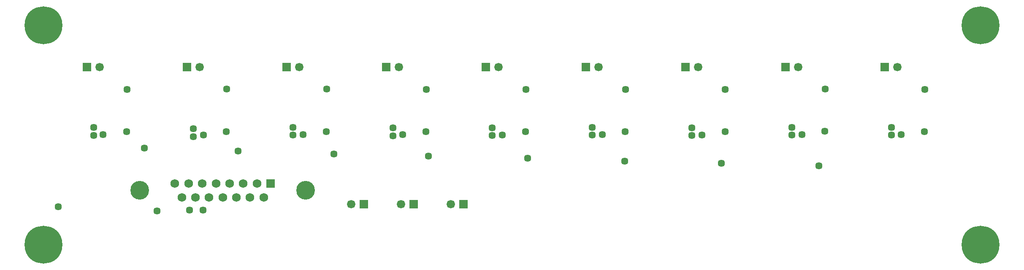
<source format=gbs>
G04*
G04 #@! TF.GenerationSoftware,Altium Limited,Altium Designer,20.0.11 (256)*
G04*
G04 Layer_Color=16711935*
%FSLAX25Y25*%
%MOIN*%
G70*
G01*
G75*
%ADD38C,0.29934*%
%ADD39C,0.06653*%
%ADD40R,0.06653X0.06653*%
%ADD41C,0.06902*%
%ADD42R,0.06902X0.06902*%
%ADD43C,0.14776*%
%ADD44C,0.05721*%
D38*
X740158Y0D02*
D03*
Y173228D02*
D03*
X0D02*
D03*
Y0D02*
D03*
D39*
X321772Y32106D02*
D03*
X282402D02*
D03*
X243032D02*
D03*
X674528Y140165D02*
D03*
X44606D02*
D03*
X123346D02*
D03*
X202087D02*
D03*
X280827D02*
D03*
X359567D02*
D03*
X438307D02*
D03*
X517047D02*
D03*
X595949Y140315D02*
D03*
D40*
X331772Y32106D02*
D03*
X292402D02*
D03*
X253032D02*
D03*
X664528Y140165D02*
D03*
X34606D02*
D03*
X113346D02*
D03*
X192087D02*
D03*
X270827D02*
D03*
X349567D02*
D03*
X428307D02*
D03*
X507047D02*
D03*
X585949Y140315D02*
D03*
D41*
X103937Y48446D02*
D03*
X114724D02*
D03*
X125512D02*
D03*
X136299D02*
D03*
X147087D02*
D03*
X157874D02*
D03*
X168661D02*
D03*
X109331Y37265D02*
D03*
X120118D02*
D03*
X130905D02*
D03*
X174055D02*
D03*
X163268D02*
D03*
X141693D02*
D03*
X152480D02*
D03*
D42*
X179449Y48446D02*
D03*
D43*
X76063Y42965D02*
D03*
X207244D02*
D03*
D44*
X669685Y86614D02*
D03*
X590945D02*
D03*
X512205Y86221D02*
D03*
X39764D02*
D03*
X118504Y85433D02*
D03*
X197244Y86614D02*
D03*
X275984Y85827D02*
D03*
X354331Y86221D02*
D03*
X433465Y86614D02*
D03*
X677559Y87008D02*
D03*
X669685Y92520D02*
D03*
X599213Y87008D02*
D03*
X590945Y92520D02*
D03*
X520079Y86614D02*
D03*
X512205Y92126D02*
D03*
X441339Y87008D02*
D03*
X433465Y92520D02*
D03*
X362598Y86614D02*
D03*
X354331Y92126D02*
D03*
X275984D02*
D03*
X283858Y87008D02*
D03*
X205118D02*
D03*
X197244Y92520D02*
D03*
X126378Y86614D02*
D03*
X118504Y91732D02*
D03*
X47244Y87008D02*
D03*
X39764Y92520D02*
D03*
X153937Y73858D02*
D03*
X79771Y76201D02*
D03*
X144882Y122835D02*
D03*
X223622D02*
D03*
X11626Y30075D02*
D03*
X126177Y27191D02*
D03*
X89764Y26772D02*
D03*
X612598Y62205D02*
D03*
X115354Y27323D02*
D03*
X535433Y64213D02*
D03*
X65846Y89323D02*
D03*
X144587D02*
D03*
X223327D02*
D03*
X302067D02*
D03*
X380807D02*
D03*
X695768D02*
D03*
X617189Y89472D02*
D03*
X459547Y89323D02*
D03*
X538287D02*
D03*
X229528Y71693D02*
D03*
X304007Y69921D02*
D03*
X382323Y68150D02*
D03*
X459055Y65984D02*
D03*
X696028Y122661D02*
D03*
X617449Y122811D02*
D03*
X538547Y122661D02*
D03*
X459807D02*
D03*
X381067D02*
D03*
X302327D02*
D03*
X66106D02*
D03*
M02*

</source>
